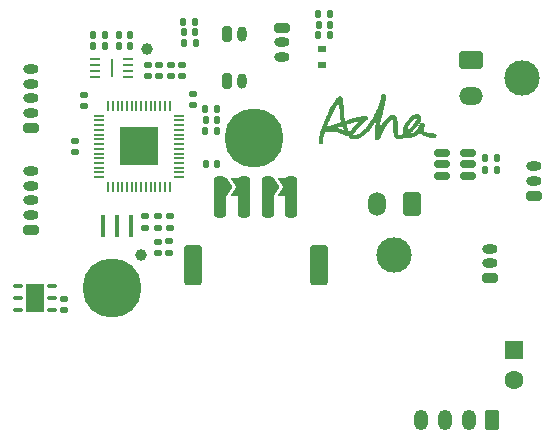
<source format=gts>
%TF.GenerationSoftware,KiCad,Pcbnew,(6.0.6)*%
%TF.CreationDate,2022-08-02T13:49:19+08:00*%
%TF.ProjectId,Stealthburner_Toolhead_PCB,53746561-6c74-4686-9275-726e65725f54,rev?*%
%TF.SameCoordinates,Original*%
%TF.FileFunction,Soldermask,Top*%
%TF.FilePolarity,Negative*%
%FSLAX46Y46*%
G04 Gerber Fmt 4.6, Leading zero omitted, Abs format (unit mm)*
G04 Created by KiCad (PCBNEW (6.0.6)) date 2022-08-02 13:49:19*
%MOMM*%
%LPD*%
G01*
G04 APERTURE LIST*
G04 Aperture macros list*
%AMRoundRect*
0 Rectangle with rounded corners*
0 $1 Rounding radius*
0 $2 $3 $4 $5 $6 $7 $8 $9 X,Y pos of 4 corners*
0 Add a 4 corners polygon primitive as box body*
4,1,4,$2,$3,$4,$5,$6,$7,$8,$9,$2,$3,0*
0 Add four circle primitives for the rounded corners*
1,1,$1+$1,$2,$3*
1,1,$1+$1,$4,$5*
1,1,$1+$1,$6,$7*
1,1,$1+$1,$8,$9*
0 Add four rect primitives between the rounded corners*
20,1,$1+$1,$2,$3,$4,$5,0*
20,1,$1+$1,$4,$5,$6,$7,0*
20,1,$1+$1,$6,$7,$8,$9,0*
20,1,$1+$1,$8,$9,$2,$3,0*%
%AMFreePoly0*
4,1,6,1.000000,0.000000,0.500000,-0.750000,-0.500000,-0.750000,-0.500000,0.750000,0.500000,0.750000,1.000000,0.000000,1.000000,0.000000,$1*%
%AMFreePoly1*
4,1,6,0.500000,-0.750000,-0.650000,-0.750000,-0.150000,0.000000,-0.650000,0.750000,0.500000,0.750000,0.500000,-0.750000,0.500000,-0.750000,$1*%
G04 Aperture macros list end*
%ADD10RoundRect,0.140000X-0.170000X0.140000X-0.170000X-0.140000X0.170000X-0.140000X0.170000X0.140000X0*%
%ADD11RoundRect,0.140000X0.170000X-0.140000X0.170000X0.140000X-0.170000X0.140000X-0.170000X-0.140000X0*%
%ADD12RoundRect,0.200000X-0.200000X-0.450000X0.200000X-0.450000X0.200000X0.450000X-0.200000X0.450000X0*%
%ADD13O,0.800000X1.300000*%
%ADD14R,0.812800X0.177800*%
%ADD15R,0.177800X0.812800*%
%ADD16R,3.200400X3.200400*%
%ADD17RoundRect,0.140000X-0.140000X-0.170000X0.140000X-0.170000X0.140000X0.170000X-0.140000X0.170000X0*%
%ADD18FreePoly0,0.000000*%
%ADD19FreePoly1,0.000000*%
%ADD20C,3.000000*%
%ADD21RoundRect,0.250001X0.499999X0.759999X-0.499999X0.759999X-0.499999X-0.759999X0.499999X-0.759999X0*%
%ADD22O,1.500000X2.020000*%
%ADD23RoundRect,0.135000X0.135000X0.185000X-0.135000X0.185000X-0.135000X-0.185000X0.135000X-0.185000X0*%
%ADD24RoundRect,0.200000X0.450000X-0.200000X0.450000X0.200000X-0.450000X0.200000X-0.450000X-0.200000X0*%
%ADD25O,1.300000X0.800000*%
%ADD26R,1.600000X1.600000*%
%ADD27C,1.600000*%
%ADD28C,1.000000*%
%ADD29RoundRect,0.135000X-0.135000X-0.185000X0.135000X-0.185000X0.135000X0.185000X-0.135000X0.185000X0*%
%ADD30RoundRect,0.250000X-0.250000X-1.500000X0.250000X-1.500000X0.250000X1.500000X-0.250000X1.500000X0*%
%ADD31RoundRect,0.250001X-0.499999X-1.449999X0.499999X-1.449999X0.499999X1.449999X-0.499999X1.449999X0*%
%ADD32C,5.000000*%
%ADD33R,0.700000X0.600000*%
%ADD34RoundRect,0.200000X-0.450000X0.200000X-0.450000X-0.200000X0.450000X-0.200000X0.450000X0.200000X0*%
%ADD35RoundRect,0.140000X0.140000X0.170000X-0.140000X0.170000X-0.140000X-0.170000X0.140000X-0.170000X0*%
%ADD36RoundRect,0.135000X-0.185000X0.135000X-0.185000X-0.135000X0.185000X-0.135000X0.185000X0.135000X0*%
%ADD37R,0.400000X1.900000*%
%ADD38RoundRect,0.100000X-0.300000X-0.100000X0.300000X-0.100000X0.300000X0.100000X-0.300000X0.100000X0*%
%ADD39R,1.500000X2.400000*%
%ADD40RoundRect,0.250001X-0.759999X0.499999X-0.759999X-0.499999X0.759999X-0.499999X0.759999X0.499999X0*%
%ADD41O,2.020000X1.500000*%
%ADD42R,0.812800X0.254000*%
%ADD43R,0.203200X1.600200*%
%ADD44RoundRect,0.150000X-0.512500X-0.150000X0.512500X-0.150000X0.512500X0.150000X-0.512500X0.150000X0*%
%ADD45RoundRect,0.250000X0.350000X0.625000X-0.350000X0.625000X-0.350000X-0.625000X0.350000X-0.625000X0*%
%ADD46O,1.200000X1.750000*%
G04 APERTURE END LIST*
%TO.C,G\u002A\u002A\u002A*%
G36*
X134191925Y-107804167D02*
G01*
X134253474Y-107622442D01*
X134337961Y-107443843D01*
X134444414Y-107270562D01*
X134571863Y-107104790D01*
X134651973Y-107016127D01*
X134766835Y-106902938D01*
X134874353Y-106812356D01*
X134977334Y-106742966D01*
X135078580Y-106693355D01*
X135180898Y-106662105D01*
X135287090Y-106647804D01*
X135381797Y-106647877D01*
X135445275Y-106653000D01*
X135492599Y-106661799D01*
X135533658Y-106676656D01*
X135563338Y-106691592D01*
X135637958Y-106744406D01*
X135690365Y-106810080D01*
X135721044Y-106889559D01*
X135730479Y-106983786D01*
X135729274Y-107014566D01*
X135717454Y-107095098D01*
X135691754Y-107176559D01*
X135650526Y-107262126D01*
X135592125Y-107354971D01*
X135514903Y-107458269D01*
X135471480Y-107511524D01*
X135423304Y-107571004D01*
X135370908Y-107638367D01*
X135323419Y-107701807D01*
X135310181Y-107720148D01*
X135230257Y-107825282D01*
X135139322Y-107933100D01*
X135043762Y-108036578D01*
X134949963Y-108128693D01*
X134892577Y-108179471D01*
X134843801Y-108220787D01*
X134813304Y-108248060D01*
X134799131Y-108263693D01*
X134799324Y-108270091D01*
X134811926Y-108269658D01*
X134820536Y-108268000D01*
X134906111Y-108240702D01*
X134996767Y-108193215D01*
X135094038Y-108124512D01*
X135199460Y-108033569D01*
X135263270Y-107971900D01*
X135403381Y-107819925D01*
X135530093Y-107658722D01*
X135629068Y-107509702D01*
X135666664Y-107452193D01*
X135702333Y-107406219D01*
X135731818Y-107377147D01*
X135737106Y-107373519D01*
X135793917Y-107352783D01*
X135857175Y-107351470D01*
X135915958Y-107369547D01*
X135923897Y-107374040D01*
X135975795Y-107417548D01*
X136006163Y-107472528D01*
X136015429Y-107540552D01*
X136004025Y-107623191D01*
X135998167Y-107645703D01*
X135986295Y-107697312D01*
X135978659Y-107755434D01*
X135974626Y-107826788D01*
X135973557Y-107907454D01*
X135973502Y-108081722D01*
X136058255Y-108125318D01*
X136177125Y-108178920D01*
X136301454Y-108219250D01*
X136436392Y-108247471D01*
X136587088Y-108264743D01*
X136703687Y-108270909D01*
X136784581Y-108273898D01*
X136843806Y-108277249D01*
X136885769Y-108281539D01*
X136914877Y-108287349D01*
X136935537Y-108295258D01*
X136948365Y-108303074D01*
X136992802Y-108348717D01*
X137017184Y-108404650D01*
X137021881Y-108464949D01*
X137007266Y-108523693D01*
X136973708Y-108574959D01*
X136929186Y-108608979D01*
X136907336Y-108618379D01*
X136879716Y-108624847D01*
X136841484Y-108628846D01*
X136787794Y-108630843D01*
X136713802Y-108631302D01*
X136697167Y-108631254D01*
X136477505Y-108619330D01*
X136270644Y-108585134D01*
X136075412Y-108528411D01*
X135916274Y-108461590D01*
X135818701Y-108408740D01*
X135743501Y-108354173D01*
X135687042Y-108294225D01*
X135645693Y-108225233D01*
X135622316Y-108165048D01*
X135616394Y-108157470D01*
X135604356Y-108159971D01*
X135583314Y-108174628D01*
X135550377Y-108203516D01*
X135502659Y-108248711D01*
X135493152Y-108257892D01*
X135366256Y-108372869D01*
X135245489Y-108465335D01*
X135127450Y-108537056D01*
X135008740Y-108589797D01*
X134885960Y-108625323D01*
X134755712Y-108645398D01*
X134744919Y-108646385D01*
X134672867Y-108648640D01*
X134592605Y-108644721D01*
X134512964Y-108635601D01*
X134442774Y-108622255D01*
X134396259Y-108607958D01*
X134373870Y-108600914D01*
X134352852Y-108601897D01*
X134325857Y-108612932D01*
X134285539Y-108636046D01*
X134278112Y-108640545D01*
X134212088Y-108678195D01*
X134153712Y-108704496D01*
X134095416Y-108721372D01*
X134029635Y-108730747D01*
X133948800Y-108734544D01*
X133906818Y-108734943D01*
X133833658Y-108734437D01*
X133779687Y-108731959D01*
X133738039Y-108726659D01*
X133701851Y-108717691D01*
X133667150Y-108705344D01*
X133576385Y-108657015D01*
X133503333Y-108589640D01*
X133449269Y-108506665D01*
X133431144Y-108469702D01*
X133415947Y-108435022D01*
X133403374Y-108399913D01*
X133393120Y-108361665D01*
X133384882Y-108317568D01*
X133378356Y-108264912D01*
X133373238Y-108200985D01*
X133369223Y-108123079D01*
X133366008Y-108028481D01*
X133363288Y-107914482D01*
X133360759Y-107778372D01*
X133359569Y-107707109D01*
X133356986Y-107559815D01*
X133354346Y-107436510D01*
X133351440Y-107335108D01*
X133348065Y-107253520D01*
X133344013Y-107189660D01*
X133339080Y-107141438D01*
X133333059Y-107106769D01*
X133325745Y-107083563D01*
X133316932Y-107069734D01*
X133306415Y-107063193D01*
X133295969Y-107061805D01*
X133272545Y-107067193D01*
X133235668Y-107080880D01*
X133209231Y-107092534D01*
X133149189Y-107130532D01*
X133081989Y-107190788D01*
X133009778Y-107271199D01*
X132954690Y-107342017D01*
X132906711Y-107409962D01*
X132852624Y-107491266D01*
X132795455Y-107580926D01*
X132738232Y-107673942D01*
X132683981Y-107765311D01*
X132635729Y-107850032D01*
X132596503Y-107923101D01*
X132570420Y-107977024D01*
X132549063Y-108023154D01*
X132517634Y-108087802D01*
X132478385Y-108166499D01*
X132433564Y-108254778D01*
X132385423Y-108348173D01*
X132336211Y-108442215D01*
X132334191Y-108446042D01*
X132280867Y-108546530D01*
X132237726Y-108626401D01*
X132203152Y-108688292D01*
X132175525Y-108734843D01*
X132153227Y-108768691D01*
X132134640Y-108792473D01*
X132118146Y-108808828D01*
X132106060Y-108817882D01*
X132039636Y-108849848D01*
X131974351Y-108856140D01*
X131907832Y-108836928D01*
X131898915Y-108832538D01*
X131861819Y-108811676D01*
X131833606Y-108789732D01*
X131812865Y-108762786D01*
X131798184Y-108726920D01*
X131788151Y-108678217D01*
X131781356Y-108612758D01*
X131776385Y-108526625D01*
X131774685Y-108487748D01*
X131771937Y-108406781D01*
X131770435Y-108329239D01*
X131770216Y-108261217D01*
X131771315Y-108208812D01*
X131772915Y-108184430D01*
X131791886Y-108011471D01*
X131809628Y-107860168D01*
X131826824Y-107726170D01*
X131844162Y-107605126D01*
X131862324Y-107492684D01*
X131881998Y-107384493D01*
X131903867Y-107276202D01*
X131928618Y-107163459D01*
X131944573Y-107094275D01*
X131942879Y-107087285D01*
X131930350Y-107101200D01*
X131908534Y-107133974D01*
X131885442Y-107172386D01*
X131850471Y-107230547D01*
X131806429Y-107301058D01*
X131759076Y-107374818D01*
X131716222Y-107439685D01*
X131677189Y-107498467D01*
X131641740Y-107553219D01*
X131613355Y-107598470D01*
X131595516Y-107628752D01*
X131593530Y-107632511D01*
X131567917Y-107675502D01*
X131527922Y-107733615D01*
X131476803Y-107802763D01*
X131417819Y-107878863D01*
X131354229Y-107957830D01*
X131289292Y-108035578D01*
X131226265Y-108108024D01*
X131168409Y-108171083D01*
X131142981Y-108197270D01*
X130991712Y-108334243D01*
X130818824Y-108463615D01*
X130628335Y-108582534D01*
X130508271Y-108647173D01*
X130428544Y-108685338D01*
X130356255Y-108713769D01*
X130284948Y-108733855D01*
X130208163Y-108746985D01*
X130119441Y-108754546D01*
X130012326Y-108757926D01*
X129991795Y-108758185D01*
X129914277Y-108758814D01*
X129857896Y-108758413D01*
X129817713Y-108756394D01*
X129788793Y-108752168D01*
X129766197Y-108745148D01*
X129744987Y-108734744D01*
X129731878Y-108727223D01*
X129672593Y-108677823D01*
X129631504Y-108610358D01*
X129609361Y-108526147D01*
X129607338Y-108508155D01*
X129602563Y-108467183D01*
X129597266Y-108439131D01*
X129593380Y-108430774D01*
X129579522Y-108438538D01*
X129562105Y-108452796D01*
X129531597Y-108468038D01*
X129482924Y-108478239D01*
X129462295Y-108480277D01*
X129431191Y-108481696D01*
X129403441Y-108479899D01*
X129373801Y-108473302D01*
X129337028Y-108460317D01*
X129287875Y-108439361D01*
X129221101Y-108408846D01*
X129211783Y-108404526D01*
X129066984Y-108339305D01*
X128939908Y-108286601D01*
X128826248Y-108244976D01*
X128721698Y-108212990D01*
X128621951Y-108189206D01*
X128522700Y-108172183D01*
X128511753Y-108170679D01*
X128471069Y-108166536D01*
X128409073Y-108161930D01*
X128330522Y-108157132D01*
X128240174Y-108152414D01*
X128142785Y-108148045D01*
X128057825Y-108144803D01*
X127944935Y-108140555D01*
X127855060Y-108136394D01*
X127785140Y-108132063D01*
X127732115Y-108127306D01*
X127692923Y-108121864D01*
X127664506Y-108115481D01*
X127649815Y-108110487D01*
X127616256Y-108098347D01*
X127594588Y-108092936D01*
X127590863Y-108093388D01*
X127584549Y-108108869D01*
X127572543Y-108144857D01*
X127556212Y-108196755D01*
X127536922Y-108259963D01*
X127516038Y-108329885D01*
X127494926Y-108401922D01*
X127474952Y-108471476D01*
X127457481Y-108533949D01*
X127443880Y-108584744D01*
X127438360Y-108606801D01*
X127426547Y-108660190D01*
X127419050Y-108707374D01*
X127415328Y-108756091D01*
X127414840Y-108814078D01*
X127417043Y-108889075D01*
X127417615Y-108903296D01*
X127424984Y-109082440D01*
X127390458Y-109123473D01*
X127350236Y-109159792D01*
X127302413Y-109186617D01*
X127257045Y-109198651D01*
X127247560Y-109198745D01*
X127218791Y-109193863D01*
X127183677Y-109184316D01*
X127134111Y-109163629D01*
X127100264Y-109135692D01*
X127078119Y-109094882D01*
X127063662Y-109035576D01*
X127059897Y-109011011D01*
X127051528Y-108937256D01*
X127047640Y-108864245D01*
X127048731Y-108789448D01*
X127055301Y-108710334D01*
X127067848Y-108624375D01*
X127086872Y-108529040D01*
X127112871Y-108421799D01*
X127146345Y-108300122D01*
X127187793Y-108161480D01*
X127237713Y-108003343D01*
X127290642Y-107841215D01*
X127301147Y-107809545D01*
X128554303Y-107809545D01*
X128665134Y-107827927D01*
X128719764Y-107839315D01*
X128790393Y-107857396D01*
X128868550Y-107879839D01*
X128945767Y-107904315D01*
X128958512Y-107908620D01*
X129023324Y-107930663D01*
X129079220Y-107949521D01*
X129121629Y-107963665D01*
X129145980Y-107971564D01*
X129149816Y-107972670D01*
X129149219Y-107962345D01*
X129140269Y-107933232D01*
X129124685Y-107890603D01*
X129115332Y-107866837D01*
X129093198Y-107810078D01*
X129072895Y-107755064D01*
X129058031Y-107711651D01*
X129055452Y-107703309D01*
X129042726Y-107670943D01*
X129029696Y-107653515D01*
X129024741Y-107652493D01*
X129008379Y-107658085D01*
X128971451Y-107670504D01*
X128918138Y-107688349D01*
X128852623Y-107710222D01*
X128782485Y-107733590D01*
X128554303Y-107809545D01*
X127301147Y-107809545D01*
X127335628Y-107705589D01*
X127726769Y-107705589D01*
X127726885Y-107720081D01*
X127733245Y-107723401D01*
X127736137Y-107722752D01*
X127754577Y-107716258D01*
X127793557Y-107701928D01*
X127849244Y-107681193D01*
X127917802Y-107655483D01*
X127995396Y-107626229D01*
X128032742Y-107612099D01*
X128132138Y-107575043D01*
X128234597Y-107537701D01*
X129384780Y-107537701D01*
X129387799Y-107550444D01*
X129398826Y-107583038D01*
X129416285Y-107631081D01*
X129438603Y-107690169D01*
X129448368Y-107715475D01*
X129475989Y-107786974D01*
X129503236Y-107858094D01*
X129527220Y-107921258D01*
X129545052Y-107968888D01*
X129547085Y-107974409D01*
X129571857Y-108039126D01*
X129595807Y-108096774D01*
X129616907Y-108142900D01*
X129633127Y-108173048D01*
X129642029Y-108182845D01*
X129652000Y-108172316D01*
X129669627Y-108145425D01*
X129683846Y-108120910D01*
X129701756Y-108092381D01*
X129732684Y-108047128D01*
X129773795Y-107989130D01*
X129822252Y-107922367D01*
X129875218Y-107850819D01*
X129897462Y-107821181D01*
X129971590Y-107724532D01*
X130036780Y-107643829D01*
X130098260Y-107573125D01*
X130161259Y-107506474D01*
X130231005Y-107437928D01*
X130251517Y-107418469D01*
X130306457Y-107366148D01*
X130353746Y-107320115D01*
X130390514Y-107283248D01*
X130413891Y-107258425D01*
X130421030Y-107248546D01*
X130407393Y-107250377D01*
X130371929Y-107258570D01*
X130317856Y-107272229D01*
X130248394Y-107290455D01*
X130166763Y-107312349D01*
X130076182Y-107337013D01*
X129979869Y-107363549D01*
X129881045Y-107391058D01*
X129782928Y-107418642D01*
X129688738Y-107445403D01*
X129601694Y-107470443D01*
X129525015Y-107492863D01*
X129461921Y-107511766D01*
X129415630Y-107526251D01*
X129389363Y-107535422D01*
X129384780Y-107537701D01*
X128234597Y-107537701D01*
X128247249Y-107533090D01*
X128369014Y-107489483D01*
X128488371Y-107447465D01*
X128596259Y-107410277D01*
X128606459Y-107406816D01*
X128690384Y-107378163D01*
X128766147Y-107351862D01*
X128830220Y-107329171D01*
X128879079Y-107311351D01*
X128909195Y-107299661D01*
X128917234Y-107295803D01*
X128919228Y-107279891D01*
X128916082Y-107244294D01*
X128908474Y-107194749D01*
X128900275Y-107152027D01*
X128875712Y-107023567D01*
X128856253Y-106897770D01*
X128840941Y-106766835D01*
X128828817Y-106622966D01*
X128821912Y-106513879D01*
X128814010Y-106376900D01*
X128806037Y-106243633D01*
X128798172Y-106116720D01*
X128790594Y-105998803D01*
X128783481Y-105892524D01*
X128777011Y-105800523D01*
X128771364Y-105725443D01*
X128766718Y-105669925D01*
X128763251Y-105636611D01*
X128762120Y-105629552D01*
X128755362Y-105599121D01*
X128731442Y-105629552D01*
X128707861Y-105663088D01*
X128674235Y-105715792D01*
X128632779Y-105783814D01*
X128585711Y-105863309D01*
X128535248Y-105950429D01*
X128483607Y-106041325D01*
X128433005Y-106132151D01*
X128385658Y-106219058D01*
X128343785Y-106298200D01*
X128324594Y-106335633D01*
X128272961Y-106439380D01*
X128213604Y-106561375D01*
X128149196Y-106695948D01*
X128082409Y-106837432D01*
X128015919Y-106980157D01*
X127952396Y-107118456D01*
X127894516Y-107246659D01*
X127886880Y-107263783D01*
X127858916Y-107329776D01*
X127827078Y-107409915D01*
X127795508Y-107493528D01*
X127771094Y-107561932D01*
X127748153Y-107629828D01*
X127733618Y-107676609D01*
X127726769Y-107705589D01*
X127335628Y-107705589D01*
X127336903Y-107701745D01*
X127376925Y-107582866D01*
X127412358Y-107480311D01*
X127444852Y-107389813D01*
X127476056Y-107307107D01*
X127507621Y-107227927D01*
X127541195Y-107148006D01*
X127578428Y-107063079D01*
X127620971Y-106968878D01*
X127665176Y-106872612D01*
X127785910Y-106614880D01*
X127901549Y-106375984D01*
X128011716Y-106156600D01*
X128116030Y-105957402D01*
X128214113Y-105779068D01*
X128305587Y-105622273D01*
X128390072Y-105487693D01*
X128467192Y-105376004D01*
X128536565Y-105287881D01*
X128578559Y-105242325D01*
X128658940Y-105175158D01*
X128739351Y-105134042D01*
X128819848Y-105118949D01*
X128826328Y-105118865D01*
X128883982Y-105129902D01*
X128943294Y-105159550D01*
X128995275Y-105202615D01*
X129016576Y-105228807D01*
X129036327Y-105259852D01*
X129053784Y-105293314D01*
X129069240Y-105331235D01*
X129082990Y-105375659D01*
X129095327Y-105428628D01*
X129106545Y-105492186D01*
X129116937Y-105568373D01*
X129126799Y-105659235D01*
X129136422Y-105766813D01*
X129146102Y-105893149D01*
X129156132Y-106040288D01*
X129166806Y-106210271D01*
X129173308Y-106318454D01*
X129182615Y-106467870D01*
X129191609Y-106595137D01*
X129200725Y-106704171D01*
X129210397Y-106798890D01*
X129221060Y-106883213D01*
X129233148Y-106961057D01*
X129247095Y-107036338D01*
X129259492Y-107095560D01*
X129279707Y-107188117D01*
X129490721Y-107124345D01*
X129644516Y-107078731D01*
X129801012Y-107033936D01*
X129957861Y-106990522D01*
X130112718Y-106949054D01*
X130263234Y-106910096D01*
X130407065Y-106874213D01*
X130541862Y-106841967D01*
X130665280Y-106813922D01*
X130774971Y-106790644D01*
X130868589Y-106772696D01*
X130943787Y-106760641D01*
X130998219Y-106755043D01*
X131025177Y-106755585D01*
X131086397Y-106776986D01*
X131137103Y-106817906D01*
X131173395Y-106872636D01*
X131191375Y-106935471D01*
X131188573Y-106994708D01*
X131169884Y-107042584D01*
X131132863Y-107095861D01*
X131075892Y-107156456D01*
X130997354Y-107226286D01*
X130983283Y-107237947D01*
X130940601Y-107274463D01*
X130883321Y-107325567D01*
X130815447Y-107387572D01*
X130740984Y-107456791D01*
X130663936Y-107529535D01*
X130598114Y-107592631D01*
X130510042Y-107678446D01*
X130437176Y-107751414D01*
X130375350Y-107816144D01*
X130320394Y-107877245D01*
X130268143Y-107939326D01*
X130214429Y-108006995D01*
X130165300Y-108071302D01*
X130102078Y-108155809D01*
X130053469Y-108222782D01*
X130017745Y-108275008D01*
X129993179Y-108315275D01*
X129978041Y-108346372D01*
X129970603Y-108371085D01*
X129969036Y-108387861D01*
X129972351Y-108397979D01*
X129985660Y-108403089D01*
X130014005Y-108403782D01*
X130062431Y-108400645D01*
X130071824Y-108399874D01*
X130140519Y-108391679D01*
X130205437Y-108377931D01*
X130270390Y-108356903D01*
X130339194Y-108326870D01*
X130415663Y-108286107D01*
X130503611Y-108232888D01*
X130606852Y-108165488D01*
X130641469Y-108142182D01*
X130742295Y-108066637D01*
X130845599Y-107975921D01*
X130903161Y-107919288D01*
X130955041Y-107863472D01*
X131013159Y-107796820D01*
X131074020Y-107723762D01*
X131134130Y-107648727D01*
X131189995Y-107576147D01*
X131238121Y-107510451D01*
X131275012Y-107456070D01*
X131294143Y-107423585D01*
X131309009Y-107398027D01*
X131335131Y-107356248D01*
X131369098Y-107303590D01*
X131407499Y-107245398D01*
X131416210Y-107232375D01*
X131462447Y-107161937D01*
X131511799Y-107084307D01*
X131558120Y-107009282D01*
X131592852Y-106950846D01*
X131636455Y-106873135D01*
X131686953Y-106779456D01*
X131742276Y-106673966D01*
X131800356Y-106560825D01*
X131859122Y-106444188D01*
X131916504Y-106328215D01*
X131970435Y-106217063D01*
X132018844Y-106114889D01*
X132059661Y-106025851D01*
X132090817Y-105954108D01*
X132099076Y-105933803D01*
X132135918Y-105834225D01*
X132174954Y-105717038D01*
X132214111Y-105589464D01*
X132251319Y-105458720D01*
X132284507Y-105332027D01*
X132311602Y-105216604D01*
X132327286Y-105138423D01*
X132338865Y-105079783D01*
X132350931Y-105028132D01*
X132361707Y-104990679D01*
X132366828Y-104977998D01*
X132402248Y-104937459D01*
X132453540Y-104910346D01*
X132513350Y-104898230D01*
X132574320Y-104902682D01*
X132625209Y-104922817D01*
X132657260Y-104950656D01*
X132687419Y-104989842D01*
X132695668Y-105004262D01*
X132705906Y-105025193D01*
X132713045Y-105044629D01*
X132717292Y-105067059D01*
X132718849Y-105096971D01*
X132717922Y-105138856D01*
X132714716Y-105197201D01*
X132709434Y-105276496D01*
X132708620Y-105288372D01*
X132698050Y-105426073D01*
X132686074Y-105544744D01*
X132671504Y-105651435D01*
X132653151Y-105753194D01*
X132629829Y-105857068D01*
X132600350Y-105970106D01*
X132583761Y-106029347D01*
X132559717Y-106116494D01*
X132532064Y-106221184D01*
X132502818Y-106335495D01*
X132473998Y-106451508D01*
X132447620Y-106561301D01*
X132440384Y-106592273D01*
X132416969Y-106692684D01*
X132392549Y-106796328D01*
X132368659Y-106896772D01*
X132346832Y-106987582D01*
X132328601Y-107062326D01*
X132321928Y-107089206D01*
X132286647Y-107235046D01*
X132254967Y-107375626D01*
X132227803Y-107506459D01*
X132206070Y-107623056D01*
X132190683Y-107720930D01*
X132186636Y-107752746D01*
X132179439Y-107813799D01*
X132172489Y-107871299D01*
X132166911Y-107916012D01*
X132165244Y-107928772D01*
X132162686Y-107957716D01*
X132165666Y-107968426D01*
X132175029Y-107959687D01*
X132191619Y-107930285D01*
X132216280Y-107879006D01*
X132246842Y-107811421D01*
X132292210Y-107717795D01*
X132351866Y-107609029D01*
X132426534Y-107483901D01*
X132516939Y-107341185D01*
X132597993Y-107218146D01*
X132698331Y-107077781D01*
X132796151Y-106961766D01*
X132893302Y-106868744D01*
X132991632Y-106797356D01*
X133092990Y-106746243D01*
X133199227Y-106714046D01*
X133303206Y-106699941D01*
X133359232Y-106697226D01*
X133398888Y-106698841D01*
X133431724Y-106706274D01*
X133467292Y-106721013D01*
X133481093Y-106727655D01*
X133538803Y-106763322D01*
X133584712Y-106811127D01*
X133598731Y-106830510D01*
X133627387Y-106876287D01*
X133651546Y-106924850D01*
X133671545Y-106978713D01*
X133687722Y-107040392D01*
X133700414Y-107112401D01*
X133709957Y-107197254D01*
X133716689Y-107297467D01*
X133720946Y-107415554D01*
X133723066Y-107554029D01*
X133723386Y-107715408D01*
X133723226Y-107759265D01*
X133722791Y-107876660D01*
X133722821Y-107971425D01*
X133723541Y-108047008D01*
X133725178Y-108106855D01*
X133727959Y-108154414D01*
X133732109Y-108193132D01*
X133737854Y-108226455D01*
X133745422Y-108257832D01*
X133755038Y-108290709D01*
X133758935Y-108303224D01*
X133772943Y-108341170D01*
X133788627Y-108361236D01*
X133813024Y-108371060D01*
X133823419Y-108373213D01*
X133904066Y-108379141D01*
X133986549Y-108369417D01*
X134060122Y-108345638D01*
X134080531Y-108335027D01*
X134141520Y-108299285D01*
X134141520Y-108168233D01*
X134153674Y-107995478D01*
X134519652Y-107995478D01*
X134528341Y-107998093D01*
X134552354Y-107984807D01*
X134588613Y-107958196D01*
X134634036Y-107920834D01*
X134685546Y-107875297D01*
X134740061Y-107824161D01*
X134794503Y-107769999D01*
X134815676Y-107747952D01*
X134869357Y-107688509D01*
X134926734Y-107620553D01*
X134979150Y-107554512D01*
X135003573Y-107521606D01*
X135048230Y-107461077D01*
X135101710Y-107391315D01*
X135155847Y-107322872D01*
X135185360Y-107286694D01*
X135229742Y-107230509D01*
X135271506Y-107172914D01*
X135308102Y-107117995D01*
X135336982Y-107069839D01*
X135355598Y-107032532D01*
X135361400Y-107010160D01*
X135359999Y-107006679D01*
X135342759Y-107004352D01*
X135308588Y-107008631D01*
X135265301Y-107017904D01*
X135220715Y-107030557D01*
X135190075Y-107041733D01*
X135143603Y-107067423D01*
X135085734Y-107108968D01*
X135021593Y-107162051D01*
X134956306Y-107222352D01*
X134895001Y-107285552D01*
X134877777Y-107304861D01*
X134774630Y-107433051D01*
X134690300Y-107560748D01*
X134636725Y-107659724D01*
X134612795Y-107712089D01*
X134587759Y-107773752D01*
X134563796Y-107838463D01*
X134543086Y-107899972D01*
X134527809Y-107952029D01*
X134520142Y-107988384D01*
X134519652Y-107995478D01*
X134153674Y-107995478D01*
X134154283Y-107986827D01*
X134191925Y-107804167D01*
G37*
%TD*%
D10*
%TO.C,C24*%
X113434800Y-115296400D03*
X113434800Y-116256400D03*
%TD*%
D11*
%TO.C,C16*%
X114554000Y-103400800D03*
X114554000Y-102440800D03*
%TD*%
D12*
%TO.C,J4*%
X119278400Y-103835200D03*
D13*
X120528400Y-103835200D03*
%TD*%
D14*
%TO.C,U7*%
X108407200Y-106772075D03*
X108407200Y-107172125D03*
X108407200Y-107572175D03*
X108407200Y-107972225D03*
X108407200Y-108372275D03*
X108407200Y-108772325D03*
X108407200Y-109172375D03*
X108407200Y-109572425D03*
X108407200Y-109972475D03*
X108407200Y-110372525D03*
X108407200Y-110772575D03*
X108407200Y-111172625D03*
X108407200Y-111572675D03*
X108407200Y-111972725D03*
D15*
X109210475Y-112776000D03*
X109610525Y-112776000D03*
X110010575Y-112776000D03*
X110410625Y-112776000D03*
X110810675Y-112776000D03*
X111210725Y-112776000D03*
X111610775Y-112776000D03*
X112010825Y-112776000D03*
X112410875Y-112776000D03*
X112810925Y-112776000D03*
X113210975Y-112776000D03*
X113611025Y-112776000D03*
X114011075Y-112776000D03*
X114411125Y-112776000D03*
D14*
X115214400Y-111972725D03*
X115214400Y-111572675D03*
X115214400Y-111172625D03*
X115214400Y-110772575D03*
X115214400Y-110372525D03*
X115214400Y-109972475D03*
X115214400Y-109572425D03*
X115214400Y-109172375D03*
X115214400Y-108772325D03*
X115214400Y-108372275D03*
X115214400Y-107972225D03*
X115214400Y-107572175D03*
X115214400Y-107172125D03*
X115214400Y-106772075D03*
D15*
X114411125Y-105968800D03*
X114011075Y-105968800D03*
X113611025Y-105968800D03*
X113210975Y-105968800D03*
X112810925Y-105968800D03*
X112410875Y-105968800D03*
X112010825Y-105968800D03*
X111610775Y-105968800D03*
X111210725Y-105968800D03*
X110810675Y-105968800D03*
X110410625Y-105968800D03*
X110010575Y-105968800D03*
X109610525Y-105968800D03*
X109210475Y-105968800D03*
D16*
X111810800Y-109372400D03*
%TD*%
D17*
%TO.C,C19*%
X117477600Y-110896400D03*
X118437600Y-110896400D03*
%TD*%
D18*
%TO.C,JP4*%
X118793600Y-112826800D03*
D19*
X120243600Y-112826800D03*
%TD*%
D20*
%TO.C,J9*%
X133451600Y-118561600D03*
D21*
X134951600Y-114241600D03*
D22*
X131951600Y-114241600D03*
%TD*%
D23*
%TO.C,R5*%
X108968000Y-100838000D03*
X107948000Y-100838000D03*
%TD*%
D24*
%TO.C,J7*%
X102710400Y-116444400D03*
D25*
X102710400Y-115194400D03*
X102710400Y-113944400D03*
X102710400Y-112694400D03*
X102710400Y-111444400D03*
%TD*%
D18*
%TO.C,JP3*%
X122756000Y-112826800D03*
D19*
X124206000Y-112826800D03*
%TD*%
D26*
%TO.C,C32*%
X143611600Y-126630421D03*
D27*
X143611600Y-129130421D03*
%TD*%
D28*
%TO.C,J3*%
X112471200Y-101142800D03*
%TD*%
D11*
%TO.C,C18*%
X115468400Y-103400800D03*
X115468400Y-102440800D03*
%TD*%
D29*
%TO.C,R14*%
X115579600Y-98806000D03*
X116599600Y-98806000D03*
%TD*%
D23*
%TO.C,R7*%
X128018000Y-98145600D03*
X126998000Y-98145600D03*
%TD*%
D30*
%TO.C,J11*%
X118716800Y-113685200D03*
X120716800Y-113685200D03*
X122716800Y-113685200D03*
X124716800Y-113685200D03*
D31*
X116366800Y-119435200D03*
X127066800Y-119435200D03*
%TD*%
D11*
%TO.C,C15*%
X112623600Y-103400800D03*
X112623600Y-102440800D03*
%TD*%
%TO.C,C23*%
X106426000Y-109852400D03*
X106426000Y-108892400D03*
%TD*%
D32*
%TO.C,H2*%
X121564400Y-108661200D03*
%TD*%
D33*
%TO.C,D2*%
X127304800Y-102503200D03*
X127304800Y-101103200D03*
%TD*%
D29*
%TO.C,R12*%
X117447600Y-108051600D03*
X118467600Y-108051600D03*
%TD*%
D34*
%TO.C,J2*%
X123901200Y-99314000D03*
D25*
X123901200Y-100564000D03*
X123901200Y-101814000D03*
%TD*%
D11*
%TO.C,C4*%
X113436400Y-118386800D03*
X113436400Y-117426800D03*
%TD*%
D24*
%TO.C,J8*%
X141572400Y-120528400D03*
D25*
X141572400Y-119278400D03*
X141572400Y-118028400D03*
%TD*%
D32*
%TO.C,H1*%
X109575600Y-121361200D03*
%TD*%
D10*
%TO.C,C29*%
X105511600Y-122252800D03*
X105511600Y-123212800D03*
%TD*%
D35*
%TO.C,C13*%
X118437600Y-107137200D03*
X117477600Y-107137200D03*
%TD*%
D28*
%TO.C,TP1*%
X111963200Y-118567200D03*
%TD*%
D23*
%TO.C,R4*%
X108968000Y-99923600D03*
X107948000Y-99923600D03*
%TD*%
D36*
%TO.C,R11*%
X112369600Y-115266400D03*
X112369600Y-116286400D03*
%TD*%
D29*
%TO.C,R8*%
X141120400Y-110337600D03*
X142140400Y-110337600D03*
%TD*%
D37*
%TO.C,Y1*%
X108780400Y-116081200D03*
X109980400Y-116081200D03*
X111180400Y-116081200D03*
%TD*%
D23*
%TO.C,R6*%
X128018000Y-99974400D03*
X126998000Y-99974400D03*
%TD*%
D35*
%TO.C,C17*%
X116558000Y-99720400D03*
X115598000Y-99720400D03*
%TD*%
D38*
%TO.C,U9*%
X101572400Y-121224800D03*
X101572400Y-122224800D03*
X101572400Y-123224800D03*
X104472400Y-123224800D03*
X104472400Y-122224800D03*
X104472400Y-121224800D03*
D39*
X103022400Y-122224800D03*
%TD*%
D24*
%TO.C,J10*%
X102717600Y-107797600D03*
D25*
X102717600Y-106547600D03*
X102717600Y-105297600D03*
X102717600Y-104047600D03*
X102717600Y-102797600D03*
%TD*%
D24*
%TO.C,J5*%
X145230000Y-113568800D03*
D25*
X145230000Y-112318800D03*
X145230000Y-111068800D03*
%TD*%
D23*
%TO.C,R10*%
X142140400Y-111353600D03*
X141120400Y-111353600D03*
%TD*%
D20*
%TO.C,J1*%
X144215600Y-103581200D03*
D40*
X139895600Y-102081200D03*
D41*
X139895600Y-105081200D03*
%TD*%
D11*
%TO.C,C21*%
X113538000Y-103400800D03*
X113538000Y-102440800D03*
%TD*%
%TO.C,C20*%
X116433600Y-105890000D03*
X116433600Y-104930000D03*
%TD*%
D42*
%TO.C,U4*%
X108126400Y-101967599D03*
X108126400Y-102467600D03*
X108126400Y-102967600D03*
X108126400Y-103467601D03*
X110923200Y-103467601D03*
X110923200Y-102967600D03*
X110923200Y-102467600D03*
X110923200Y-101967599D03*
D43*
X109524800Y-102717600D03*
%TD*%
D29*
%TO.C,R15*%
X115590800Y-100634800D03*
X116610800Y-100634800D03*
%TD*%
D35*
%TO.C,C3*%
X111071600Y-99923600D03*
X110111600Y-99923600D03*
%TD*%
D17*
%TO.C,C11*%
X127028000Y-99060000D03*
X127988000Y-99060000D03*
%TD*%
D11*
%TO.C,C22*%
X107137200Y-105940800D03*
X107137200Y-104980800D03*
%TD*%
D44*
%TO.C,U5*%
X137444900Y-109946400D03*
X137444900Y-110896400D03*
X137444900Y-111846400D03*
X139719900Y-111846400D03*
X139719900Y-110896400D03*
X139719900Y-109946400D03*
%TD*%
D36*
%TO.C,R1*%
X114350800Y-117396800D03*
X114350800Y-118416800D03*
%TD*%
D35*
%TO.C,C2*%
X111071600Y-100838000D03*
X110111600Y-100838000D03*
%TD*%
D10*
%TO.C,C14*%
X114452400Y-115293200D03*
X114452400Y-116253200D03*
%TD*%
D12*
%TO.C,J6*%
X119278400Y-99872800D03*
D13*
X120528400Y-99872800D03*
%TD*%
D29*
%TO.C,R9*%
X117447600Y-106220800D03*
X118467600Y-106220800D03*
%TD*%
D45*
%TO.C,J12*%
X141734800Y-132546000D03*
D46*
X139734800Y-132546000D03*
X137734800Y-132546000D03*
X135734800Y-132546000D03*
%TD*%
M02*

</source>
